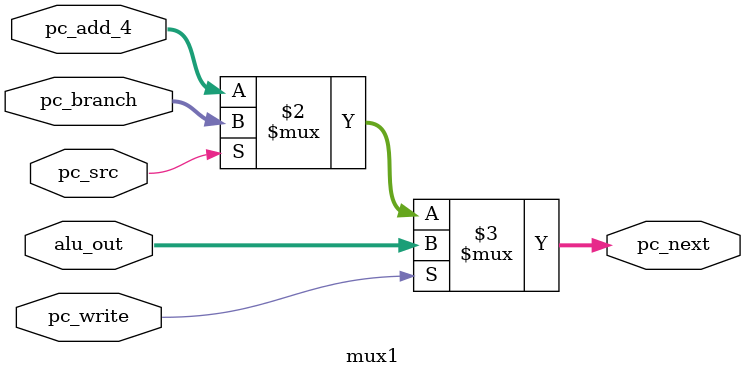
<source format=v>
module mux1(pc_write, pc_src,pc_add_4,pc_branch,alu_out,pc_next);

input pc_write, pc_src;
input [31:0]pc_add_4,pc_branch,alu_out;

output wire [31:0]pc_next;

assign pc_next = pc_write? ( pc_src? (alu_out):(alu_out) ):( pc_src? (pc_branch):(pc_add_4) );
endmodule
</source>
